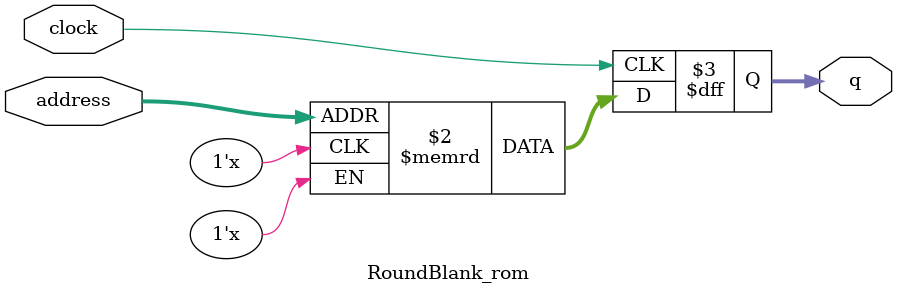
<source format=sv>
module RoundBlank_rom (
	input logic clock,
	input logic [7:0] address,
	output logic [3:0] q
);

logic [3:0] memory [0:255] /* synthesis ram_init_file = "./RoundBlank/RoundBlank.mif" */;

always_ff @ (posedge clock) begin
	q <= memory[address];
end

endmodule

</source>
